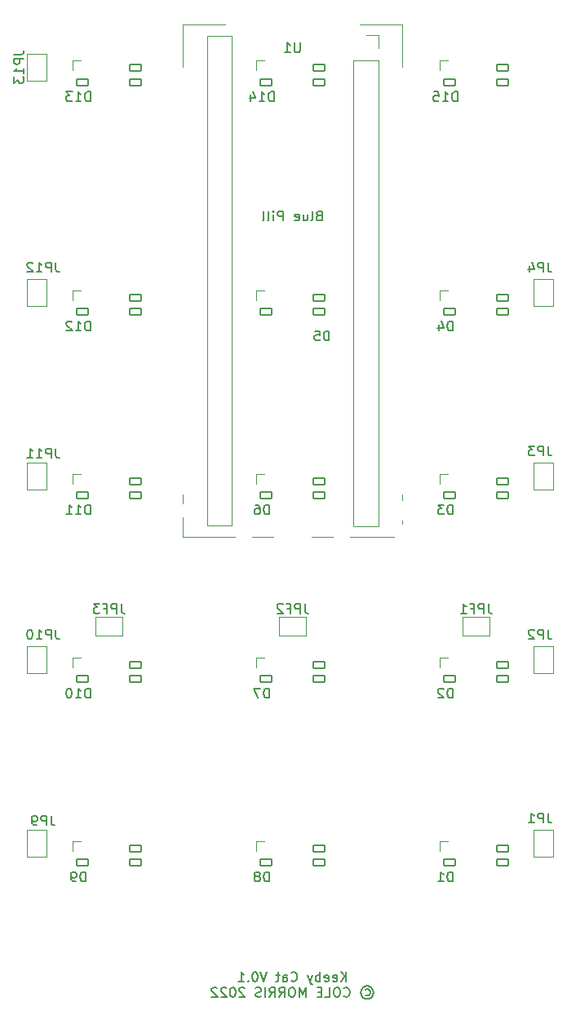
<source format=gbr>
%TF.GenerationSoftware,KiCad,Pcbnew,(6.0.2)*%
%TF.CreationDate,2022-02-17T20:40:29-08:00*%
%TF.ProjectId,keeb test board,6b656562-2074-4657-9374-20626f617264,rev?*%
%TF.SameCoordinates,Original*%
%TF.FileFunction,Legend,Bot*%
%TF.FilePolarity,Positive*%
%FSLAX46Y46*%
G04 Gerber Fmt 4.6, Leading zero omitted, Abs format (unit mm)*
G04 Created by KiCad (PCBNEW (6.0.2)) date 2022-02-17 20:40:29*
%MOMM*%
%LPD*%
G01*
G04 APERTURE LIST*
G04 Aperture macros list*
%AMRoundRect*
0 Rectangle with rounded corners*
0 $1 Rounding radius*
0 $2 $3 $4 $5 $6 $7 $8 $9 X,Y pos of 4 corners*
0 Add a 4 corners polygon primitive as box body*
4,1,4,$2,$3,$4,$5,$6,$7,$8,$9,$2,$3,0*
0 Add four circle primitives for the rounded corners*
1,1,$1+$1,$2,$3*
1,1,$1+$1,$4,$5*
1,1,$1+$1,$6,$7*
1,1,$1+$1,$8,$9*
0 Add four rect primitives between the rounded corners*
20,1,$1+$1,$2,$3,$4,$5,0*
20,1,$1+$1,$4,$5,$6,$7,0*
20,1,$1+$1,$6,$7,$8,$9,0*
20,1,$1+$1,$8,$9,$2,$3,0*%
%AMFreePoly0*
4,1,18,-0.410000,0.593000,-0.403758,0.624380,-0.385983,0.650983,-0.359380,0.668758,-0.328000,0.675000,0.000000,0.675000,0.410000,0.265000,0.410000,-0.593000,0.403758,-0.624380,0.385983,-0.650983,0.359380,-0.668758,0.328000,-0.675000,-0.328000,-0.675000,-0.359380,-0.668758,-0.385983,-0.650983,-0.403758,-0.624380,-0.410000,-0.593000,-0.410000,0.593000,-0.410000,0.593000,$1*%
%AMFreePoly1*
4,1,6,1.000000,0.000000,0.500000,-0.750000,-0.500000,-0.750000,-0.500000,0.750000,0.500000,0.750000,1.000000,0.000000,1.000000,0.000000,$1*%
%AMFreePoly2*
4,1,6,0.500000,-0.750000,-0.650000,-0.750000,-0.150000,0.000000,-0.650000,0.750000,0.500000,0.750000,0.500000,-0.750000,0.500000,-0.750000,$1*%
G04 Aperture macros list end*
%ADD10C,0.153000*%
%ADD11C,0.150000*%
%ADD12C,0.120000*%
%ADD13R,2.000000X2.000000*%
%ADD14C,2.000000*%
%ADD15RoundRect,0.082000X0.593000X-0.328000X0.593000X0.328000X-0.593000X0.328000X-0.593000X-0.328000X0*%
%ADD16FreePoly0,90.000000*%
%ADD17C,1.800000*%
%ADD18C,4.000000*%
%ADD19C,2.500000*%
%ADD20O,4.700000X2.200000*%
%ADD21C,3.200000*%
%ADD22O,1.400000X2.000000*%
%ADD23FreePoly1,270.000000*%
%ADD24FreePoly2,270.000000*%
%ADD25FreePoly1,90.000000*%
%ADD26FreePoly2,90.000000*%
%ADD27R,1.700000X1.700000*%
%ADD28C,1.700000*%
%ADD29FreePoly1,180.000000*%
%ADD30FreePoly2,180.000000*%
G04 APERTURE END LIST*
D10*
X94874285Y-76358571D02*
X94731428Y-76406190D01*
X94683809Y-76453809D01*
X94636190Y-76549047D01*
X94636190Y-76691904D01*
X94683809Y-76787142D01*
X94731428Y-76834761D01*
X94826666Y-76882380D01*
X95207619Y-76882380D01*
X95207619Y-75882380D01*
X94874285Y-75882380D01*
X94779047Y-75930000D01*
X94731428Y-75977619D01*
X94683809Y-76072857D01*
X94683809Y-76168095D01*
X94731428Y-76263333D01*
X94779047Y-76310952D01*
X94874285Y-76358571D01*
X95207619Y-76358571D01*
X94064761Y-76882380D02*
X94160000Y-76834761D01*
X94207619Y-76739523D01*
X94207619Y-75882380D01*
X93255238Y-76215714D02*
X93255238Y-76882380D01*
X93683809Y-76215714D02*
X93683809Y-76739523D01*
X93636190Y-76834761D01*
X93540952Y-76882380D01*
X93398095Y-76882380D01*
X93302857Y-76834761D01*
X93255238Y-76787142D01*
X92398095Y-76834761D02*
X92493333Y-76882380D01*
X92683809Y-76882380D01*
X92779047Y-76834761D01*
X92826666Y-76739523D01*
X92826666Y-76358571D01*
X92779047Y-76263333D01*
X92683809Y-76215714D01*
X92493333Y-76215714D01*
X92398095Y-76263333D01*
X92350476Y-76358571D01*
X92350476Y-76453809D01*
X92826666Y-76549047D01*
X91160000Y-76882380D02*
X91160000Y-75882380D01*
X90779047Y-75882380D01*
X90683809Y-75930000D01*
X90636190Y-75977619D01*
X90588571Y-76072857D01*
X90588571Y-76215714D01*
X90636190Y-76310952D01*
X90683809Y-76358571D01*
X90779047Y-76406190D01*
X91160000Y-76406190D01*
X90160000Y-76882380D02*
X90160000Y-76215714D01*
X90160000Y-75882380D02*
X90207619Y-75930000D01*
X90160000Y-75977619D01*
X90112380Y-75930000D01*
X90160000Y-75882380D01*
X90160000Y-75977619D01*
X89540952Y-76882380D02*
X89636190Y-76834761D01*
X89683809Y-76739523D01*
X89683809Y-75882380D01*
X89017142Y-76882380D02*
X89112380Y-76834761D01*
X89160000Y-76739523D01*
X89160000Y-75882380D01*
D11*
X97731428Y-155833380D02*
X97731428Y-154833380D01*
X97160000Y-155833380D02*
X97588571Y-155261952D01*
X97160000Y-154833380D02*
X97731428Y-155404809D01*
X96350476Y-155785761D02*
X96445714Y-155833380D01*
X96636190Y-155833380D01*
X96731428Y-155785761D01*
X96779047Y-155690523D01*
X96779047Y-155309571D01*
X96731428Y-155214333D01*
X96636190Y-155166714D01*
X96445714Y-155166714D01*
X96350476Y-155214333D01*
X96302857Y-155309571D01*
X96302857Y-155404809D01*
X96779047Y-155500047D01*
X95493333Y-155785761D02*
X95588571Y-155833380D01*
X95779047Y-155833380D01*
X95874285Y-155785761D01*
X95921904Y-155690523D01*
X95921904Y-155309571D01*
X95874285Y-155214333D01*
X95779047Y-155166714D01*
X95588571Y-155166714D01*
X95493333Y-155214333D01*
X95445714Y-155309571D01*
X95445714Y-155404809D01*
X95921904Y-155500047D01*
X95017142Y-155833380D02*
X95017142Y-154833380D01*
X95017142Y-155214333D02*
X94921904Y-155166714D01*
X94731428Y-155166714D01*
X94636190Y-155214333D01*
X94588571Y-155261952D01*
X94540952Y-155357190D01*
X94540952Y-155642904D01*
X94588571Y-155738142D01*
X94636190Y-155785761D01*
X94731428Y-155833380D01*
X94921904Y-155833380D01*
X95017142Y-155785761D01*
X94207619Y-155166714D02*
X93969523Y-155833380D01*
X93731428Y-155166714D02*
X93969523Y-155833380D01*
X94064761Y-156071476D01*
X94112380Y-156119095D01*
X94207619Y-156166714D01*
X92017142Y-155738142D02*
X92064761Y-155785761D01*
X92207619Y-155833380D01*
X92302857Y-155833380D01*
X92445714Y-155785761D01*
X92540952Y-155690523D01*
X92588571Y-155595285D01*
X92636190Y-155404809D01*
X92636190Y-155261952D01*
X92588571Y-155071476D01*
X92540952Y-154976238D01*
X92445714Y-154881000D01*
X92302857Y-154833380D01*
X92207619Y-154833380D01*
X92064761Y-154881000D01*
X92017142Y-154928619D01*
X91160000Y-155833380D02*
X91160000Y-155309571D01*
X91207619Y-155214333D01*
X91302857Y-155166714D01*
X91493333Y-155166714D01*
X91588571Y-155214333D01*
X91160000Y-155785761D02*
X91255238Y-155833380D01*
X91493333Y-155833380D01*
X91588571Y-155785761D01*
X91636190Y-155690523D01*
X91636190Y-155595285D01*
X91588571Y-155500047D01*
X91493333Y-155452428D01*
X91255238Y-155452428D01*
X91160000Y-155404809D01*
X90826666Y-155166714D02*
X90445714Y-155166714D01*
X90683809Y-154833380D02*
X90683809Y-155690523D01*
X90636190Y-155785761D01*
X90540952Y-155833380D01*
X90445714Y-155833380D01*
X89493333Y-154833380D02*
X89160000Y-155833380D01*
X88826666Y-154833380D01*
X88302857Y-154833380D02*
X88207619Y-154833380D01*
X88112380Y-154881000D01*
X88064761Y-154928619D01*
X88017142Y-155023857D01*
X87969523Y-155214333D01*
X87969523Y-155452428D01*
X88017142Y-155642904D01*
X88064761Y-155738142D01*
X88112380Y-155785761D01*
X88207619Y-155833380D01*
X88302857Y-155833380D01*
X88398095Y-155785761D01*
X88445714Y-155738142D01*
X88493333Y-155642904D01*
X88540952Y-155452428D01*
X88540952Y-155214333D01*
X88493333Y-155023857D01*
X88445714Y-154928619D01*
X88398095Y-154881000D01*
X88302857Y-154833380D01*
X87540952Y-155738142D02*
X87493333Y-155785761D01*
X87540952Y-155833380D01*
X87588571Y-155785761D01*
X87540952Y-155738142D01*
X87540952Y-155833380D01*
X86540952Y-155833380D02*
X87112380Y-155833380D01*
X86826666Y-155833380D02*
X86826666Y-154833380D01*
X86921904Y-154976238D01*
X87017142Y-155071476D01*
X87112380Y-155119095D01*
X99707619Y-156681476D02*
X99802857Y-156633857D01*
X99993333Y-156633857D01*
X100088571Y-156681476D01*
X100183809Y-156776714D01*
X100231428Y-156871952D01*
X100231428Y-157062428D01*
X100183809Y-157157666D01*
X100088571Y-157252904D01*
X99993333Y-157300523D01*
X99802857Y-157300523D01*
X99707619Y-157252904D01*
X99898095Y-156300523D02*
X100136190Y-156348142D01*
X100374285Y-156491000D01*
X100517142Y-156729095D01*
X100564761Y-156967190D01*
X100517142Y-157205285D01*
X100374285Y-157443380D01*
X100136190Y-157586238D01*
X99898095Y-157633857D01*
X99660000Y-157586238D01*
X99421904Y-157443380D01*
X99279047Y-157205285D01*
X99231428Y-156967190D01*
X99279047Y-156729095D01*
X99421904Y-156491000D01*
X99660000Y-156348142D01*
X99898095Y-156300523D01*
X97469523Y-157348142D02*
X97517142Y-157395761D01*
X97660000Y-157443380D01*
X97755238Y-157443380D01*
X97898095Y-157395761D01*
X97993333Y-157300523D01*
X98040952Y-157205285D01*
X98088571Y-157014809D01*
X98088571Y-156871952D01*
X98040952Y-156681476D01*
X97993333Y-156586238D01*
X97898095Y-156491000D01*
X97755238Y-156443380D01*
X97660000Y-156443380D01*
X97517142Y-156491000D01*
X97469523Y-156538619D01*
X96850476Y-156443380D02*
X96660000Y-156443380D01*
X96564761Y-156491000D01*
X96469523Y-156586238D01*
X96421904Y-156776714D01*
X96421904Y-157110047D01*
X96469523Y-157300523D01*
X96564761Y-157395761D01*
X96660000Y-157443380D01*
X96850476Y-157443380D01*
X96945714Y-157395761D01*
X97040952Y-157300523D01*
X97088571Y-157110047D01*
X97088571Y-156776714D01*
X97040952Y-156586238D01*
X96945714Y-156491000D01*
X96850476Y-156443380D01*
X95517142Y-157443380D02*
X95993333Y-157443380D01*
X95993333Y-156443380D01*
X95183809Y-156919571D02*
X94850476Y-156919571D01*
X94707619Y-157443380D02*
X95183809Y-157443380D01*
X95183809Y-156443380D01*
X94707619Y-156443380D01*
X93517142Y-157443380D02*
X93517142Y-156443380D01*
X93183809Y-157157666D01*
X92850476Y-156443380D01*
X92850476Y-157443380D01*
X92183809Y-156443380D02*
X91993333Y-156443380D01*
X91898095Y-156491000D01*
X91802857Y-156586238D01*
X91755238Y-156776714D01*
X91755238Y-157110047D01*
X91802857Y-157300523D01*
X91898095Y-157395761D01*
X91993333Y-157443380D01*
X92183809Y-157443380D01*
X92279047Y-157395761D01*
X92374285Y-157300523D01*
X92421904Y-157110047D01*
X92421904Y-156776714D01*
X92374285Y-156586238D01*
X92279047Y-156491000D01*
X92183809Y-156443380D01*
X90755238Y-157443380D02*
X91088571Y-156967190D01*
X91326666Y-157443380D02*
X91326666Y-156443380D01*
X90945714Y-156443380D01*
X90850476Y-156491000D01*
X90802857Y-156538619D01*
X90755238Y-156633857D01*
X90755238Y-156776714D01*
X90802857Y-156871952D01*
X90850476Y-156919571D01*
X90945714Y-156967190D01*
X91326666Y-156967190D01*
X89755238Y-157443380D02*
X90088571Y-156967190D01*
X90326666Y-157443380D02*
X90326666Y-156443380D01*
X89945714Y-156443380D01*
X89850476Y-156491000D01*
X89802857Y-156538619D01*
X89755238Y-156633857D01*
X89755238Y-156776714D01*
X89802857Y-156871952D01*
X89850476Y-156919571D01*
X89945714Y-156967190D01*
X90326666Y-156967190D01*
X89326666Y-157443380D02*
X89326666Y-156443380D01*
X88898095Y-157395761D02*
X88755238Y-157443380D01*
X88517142Y-157443380D01*
X88421904Y-157395761D01*
X88374285Y-157348142D01*
X88326666Y-157252904D01*
X88326666Y-157157666D01*
X88374285Y-157062428D01*
X88421904Y-157014809D01*
X88517142Y-156967190D01*
X88707619Y-156919571D01*
X88802857Y-156871952D01*
X88850476Y-156824333D01*
X88898095Y-156729095D01*
X88898095Y-156633857D01*
X88850476Y-156538619D01*
X88802857Y-156491000D01*
X88707619Y-156443380D01*
X88469523Y-156443380D01*
X88326666Y-156491000D01*
X87183809Y-156538619D02*
X87136190Y-156491000D01*
X87040952Y-156443380D01*
X86802857Y-156443380D01*
X86707619Y-156491000D01*
X86660000Y-156538619D01*
X86612380Y-156633857D01*
X86612380Y-156729095D01*
X86660000Y-156871952D01*
X87231428Y-157443380D01*
X86612380Y-157443380D01*
X85993333Y-156443380D02*
X85898095Y-156443380D01*
X85802857Y-156491000D01*
X85755238Y-156538619D01*
X85707619Y-156633857D01*
X85660000Y-156824333D01*
X85660000Y-157062428D01*
X85707619Y-157252904D01*
X85755238Y-157348142D01*
X85802857Y-157395761D01*
X85898095Y-157443380D01*
X85993333Y-157443380D01*
X86088571Y-157395761D01*
X86136190Y-157348142D01*
X86183809Y-157252904D01*
X86231428Y-157062428D01*
X86231428Y-156824333D01*
X86183809Y-156633857D01*
X86136190Y-156538619D01*
X86088571Y-156491000D01*
X85993333Y-156443380D01*
X85279047Y-156538619D02*
X85231428Y-156491000D01*
X85136190Y-156443380D01*
X84898095Y-156443380D01*
X84802857Y-156491000D01*
X84755238Y-156538619D01*
X84707619Y-156633857D01*
X84707619Y-156729095D01*
X84755238Y-156871952D01*
X85326666Y-157443380D01*
X84707619Y-157443380D01*
X84326666Y-156538619D02*
X84279047Y-156491000D01*
X84183809Y-156443380D01*
X83945714Y-156443380D01*
X83850476Y-156491000D01*
X83802857Y-156538619D01*
X83755238Y-156633857D01*
X83755238Y-156729095D01*
X83802857Y-156871952D01*
X84374285Y-157443380D01*
X83755238Y-157443380D01*
%TO.C,D11*%
X71149285Y-107362380D02*
X71149285Y-106362380D01*
X70911190Y-106362380D01*
X70768333Y-106410000D01*
X70673095Y-106505238D01*
X70625476Y-106600476D01*
X70577857Y-106790952D01*
X70577857Y-106933809D01*
X70625476Y-107124285D01*
X70673095Y-107219523D01*
X70768333Y-107314761D01*
X70911190Y-107362380D01*
X71149285Y-107362380D01*
X69625476Y-107362380D02*
X70196904Y-107362380D01*
X69911190Y-107362380D02*
X69911190Y-106362380D01*
X70006428Y-106505238D01*
X70101666Y-106600476D01*
X70196904Y-106648095D01*
X68673095Y-107362380D02*
X69244523Y-107362380D01*
X68958809Y-107362380D02*
X68958809Y-106362380D01*
X69054047Y-106505238D01*
X69149285Y-106600476D01*
X69244523Y-106648095D01*
%TO.C,D15*%
X109249285Y-64499880D02*
X109249285Y-63499880D01*
X109011190Y-63499880D01*
X108868333Y-63547500D01*
X108773095Y-63642738D01*
X108725476Y-63737976D01*
X108677857Y-63928452D01*
X108677857Y-64071309D01*
X108725476Y-64261785D01*
X108773095Y-64357023D01*
X108868333Y-64452261D01*
X109011190Y-64499880D01*
X109249285Y-64499880D01*
X107725476Y-64499880D02*
X108296904Y-64499880D01*
X108011190Y-64499880D02*
X108011190Y-63499880D01*
X108106428Y-63642738D01*
X108201666Y-63737976D01*
X108296904Y-63785595D01*
X106820714Y-63499880D02*
X107296904Y-63499880D01*
X107344523Y-63976071D01*
X107296904Y-63928452D01*
X107201666Y-63880833D01*
X106963571Y-63880833D01*
X106868333Y-63928452D01*
X106820714Y-63976071D01*
X106773095Y-64071309D01*
X106773095Y-64309404D01*
X106820714Y-64404642D01*
X106868333Y-64452261D01*
X106963571Y-64499880D01*
X107201666Y-64499880D01*
X107296904Y-64452261D01*
X107344523Y-64404642D01*
%TO.C,D3*%
X108773095Y-107362380D02*
X108773095Y-106362380D01*
X108535000Y-106362380D01*
X108392142Y-106410000D01*
X108296904Y-106505238D01*
X108249285Y-106600476D01*
X108201666Y-106790952D01*
X108201666Y-106933809D01*
X108249285Y-107124285D01*
X108296904Y-107219523D01*
X108392142Y-107314761D01*
X108535000Y-107362380D01*
X108773095Y-107362380D01*
X107868333Y-106362380D02*
X107249285Y-106362380D01*
X107582619Y-106743333D01*
X107439761Y-106743333D01*
X107344523Y-106790952D01*
X107296904Y-106838571D01*
X107249285Y-106933809D01*
X107249285Y-107171904D01*
X107296904Y-107267142D01*
X107344523Y-107314761D01*
X107439761Y-107362380D01*
X107725476Y-107362380D01*
X107820714Y-107314761D01*
X107868333Y-107267142D01*
%TO.C,D7*%
X89723095Y-126412380D02*
X89723095Y-125412380D01*
X89485000Y-125412380D01*
X89342142Y-125460000D01*
X89246904Y-125555238D01*
X89199285Y-125650476D01*
X89151666Y-125840952D01*
X89151666Y-125983809D01*
X89199285Y-126174285D01*
X89246904Y-126269523D01*
X89342142Y-126364761D01*
X89485000Y-126412380D01*
X89723095Y-126412380D01*
X88818333Y-125412380D02*
X88151666Y-125412380D01*
X88580238Y-126412380D01*
%TO.C,D14*%
X90199285Y-64499880D02*
X90199285Y-63499880D01*
X89961190Y-63499880D01*
X89818333Y-63547500D01*
X89723095Y-63642738D01*
X89675476Y-63737976D01*
X89627857Y-63928452D01*
X89627857Y-64071309D01*
X89675476Y-64261785D01*
X89723095Y-64357023D01*
X89818333Y-64452261D01*
X89961190Y-64499880D01*
X90199285Y-64499880D01*
X88675476Y-64499880D02*
X89246904Y-64499880D01*
X88961190Y-64499880D02*
X88961190Y-63499880D01*
X89056428Y-63642738D01*
X89151666Y-63737976D01*
X89246904Y-63785595D01*
X87818333Y-63833214D02*
X87818333Y-64499880D01*
X88056428Y-63452261D02*
X88294523Y-64166547D01*
X87675476Y-64166547D01*
%TO.C,D2*%
X108773095Y-126412380D02*
X108773095Y-125412380D01*
X108535000Y-125412380D01*
X108392142Y-125460000D01*
X108296904Y-125555238D01*
X108249285Y-125650476D01*
X108201666Y-125840952D01*
X108201666Y-125983809D01*
X108249285Y-126174285D01*
X108296904Y-126269523D01*
X108392142Y-126364761D01*
X108535000Y-126412380D01*
X108773095Y-126412380D01*
X107820714Y-125507619D02*
X107773095Y-125460000D01*
X107677857Y-125412380D01*
X107439761Y-125412380D01*
X107344523Y-125460000D01*
X107296904Y-125507619D01*
X107249285Y-125602857D01*
X107249285Y-125698095D01*
X107296904Y-125840952D01*
X107868333Y-126412380D01*
X107249285Y-126412380D01*
%TO.C,D6*%
X89723095Y-107362380D02*
X89723095Y-106362380D01*
X89485000Y-106362380D01*
X89342142Y-106410000D01*
X89246904Y-106505238D01*
X89199285Y-106600476D01*
X89151666Y-106790952D01*
X89151666Y-106933809D01*
X89199285Y-107124285D01*
X89246904Y-107219523D01*
X89342142Y-107314761D01*
X89485000Y-107362380D01*
X89723095Y-107362380D01*
X88294523Y-106362380D02*
X88485000Y-106362380D01*
X88580238Y-106410000D01*
X88627857Y-106457619D01*
X88723095Y-106600476D01*
X88770714Y-106790952D01*
X88770714Y-107171904D01*
X88723095Y-107267142D01*
X88675476Y-107314761D01*
X88580238Y-107362380D01*
X88389761Y-107362380D01*
X88294523Y-107314761D01*
X88246904Y-107267142D01*
X88199285Y-107171904D01*
X88199285Y-106933809D01*
X88246904Y-106838571D01*
X88294523Y-106790952D01*
X88389761Y-106743333D01*
X88580238Y-106743333D01*
X88675476Y-106790952D01*
X88723095Y-106838571D01*
X88770714Y-106933809D01*
%TO.C,D8*%
X89723095Y-145462380D02*
X89723095Y-144462380D01*
X89485000Y-144462380D01*
X89342142Y-144510000D01*
X89246904Y-144605238D01*
X89199285Y-144700476D01*
X89151666Y-144890952D01*
X89151666Y-145033809D01*
X89199285Y-145224285D01*
X89246904Y-145319523D01*
X89342142Y-145414761D01*
X89485000Y-145462380D01*
X89723095Y-145462380D01*
X88580238Y-144890952D02*
X88675476Y-144843333D01*
X88723095Y-144795714D01*
X88770714Y-144700476D01*
X88770714Y-144652857D01*
X88723095Y-144557619D01*
X88675476Y-144510000D01*
X88580238Y-144462380D01*
X88389761Y-144462380D01*
X88294523Y-144510000D01*
X88246904Y-144557619D01*
X88199285Y-144652857D01*
X88199285Y-144700476D01*
X88246904Y-144795714D01*
X88294523Y-144843333D01*
X88389761Y-144890952D01*
X88580238Y-144890952D01*
X88675476Y-144938571D01*
X88723095Y-144986190D01*
X88770714Y-145081428D01*
X88770714Y-145271904D01*
X88723095Y-145367142D01*
X88675476Y-145414761D01*
X88580238Y-145462380D01*
X88389761Y-145462380D01*
X88294523Y-145414761D01*
X88246904Y-145367142D01*
X88199285Y-145271904D01*
X88199285Y-145081428D01*
X88246904Y-144986190D01*
X88294523Y-144938571D01*
X88389761Y-144890952D01*
%TO.C,D13*%
X71149285Y-64499880D02*
X71149285Y-63499880D01*
X70911190Y-63499880D01*
X70768333Y-63547500D01*
X70673095Y-63642738D01*
X70625476Y-63737976D01*
X70577857Y-63928452D01*
X70577857Y-64071309D01*
X70625476Y-64261785D01*
X70673095Y-64357023D01*
X70768333Y-64452261D01*
X70911190Y-64499880D01*
X71149285Y-64499880D01*
X69625476Y-64499880D02*
X70196904Y-64499880D01*
X69911190Y-64499880D02*
X69911190Y-63499880D01*
X70006428Y-63642738D01*
X70101666Y-63737976D01*
X70196904Y-63785595D01*
X69292142Y-63499880D02*
X68673095Y-63499880D01*
X69006428Y-63880833D01*
X68863571Y-63880833D01*
X68768333Y-63928452D01*
X68720714Y-63976071D01*
X68673095Y-64071309D01*
X68673095Y-64309404D01*
X68720714Y-64404642D01*
X68768333Y-64452261D01*
X68863571Y-64499880D01*
X69149285Y-64499880D01*
X69244523Y-64452261D01*
X69292142Y-64404642D01*
%TO.C,D1*%
X108773095Y-145462380D02*
X108773095Y-144462380D01*
X108535000Y-144462380D01*
X108392142Y-144510000D01*
X108296904Y-144605238D01*
X108249285Y-144700476D01*
X108201666Y-144890952D01*
X108201666Y-145033809D01*
X108249285Y-145224285D01*
X108296904Y-145319523D01*
X108392142Y-145414761D01*
X108535000Y-145462380D01*
X108773095Y-145462380D01*
X107249285Y-145462380D02*
X107820714Y-145462380D01*
X107535000Y-145462380D02*
X107535000Y-144462380D01*
X107630238Y-144605238D01*
X107725476Y-144700476D01*
X107820714Y-144748095D01*
%TO.C,D12*%
X71149285Y-88312380D02*
X71149285Y-87312380D01*
X70911190Y-87312380D01*
X70768333Y-87360000D01*
X70673095Y-87455238D01*
X70625476Y-87550476D01*
X70577857Y-87740952D01*
X70577857Y-87883809D01*
X70625476Y-88074285D01*
X70673095Y-88169523D01*
X70768333Y-88264761D01*
X70911190Y-88312380D01*
X71149285Y-88312380D01*
X69625476Y-88312380D02*
X70196904Y-88312380D01*
X69911190Y-88312380D02*
X69911190Y-87312380D01*
X70006428Y-87455238D01*
X70101666Y-87550476D01*
X70196904Y-87598095D01*
X69244523Y-87407619D02*
X69196904Y-87360000D01*
X69101666Y-87312380D01*
X68863571Y-87312380D01*
X68768333Y-87360000D01*
X68720714Y-87407619D01*
X68673095Y-87502857D01*
X68673095Y-87598095D01*
X68720714Y-87740952D01*
X69292142Y-88312380D01*
X68673095Y-88312380D01*
%TO.C,D9*%
X70673095Y-145462380D02*
X70673095Y-144462380D01*
X70435000Y-144462380D01*
X70292142Y-144510000D01*
X70196904Y-144605238D01*
X70149285Y-144700476D01*
X70101666Y-144890952D01*
X70101666Y-145033809D01*
X70149285Y-145224285D01*
X70196904Y-145319523D01*
X70292142Y-145414761D01*
X70435000Y-145462380D01*
X70673095Y-145462380D01*
X69625476Y-145462380D02*
X69435000Y-145462380D01*
X69339761Y-145414761D01*
X69292142Y-145367142D01*
X69196904Y-145224285D01*
X69149285Y-145033809D01*
X69149285Y-144652857D01*
X69196904Y-144557619D01*
X69244523Y-144510000D01*
X69339761Y-144462380D01*
X69530238Y-144462380D01*
X69625476Y-144510000D01*
X69673095Y-144557619D01*
X69720714Y-144652857D01*
X69720714Y-144890952D01*
X69673095Y-144986190D01*
X69625476Y-145033809D01*
X69530238Y-145081428D01*
X69339761Y-145081428D01*
X69244523Y-145033809D01*
X69196904Y-144986190D01*
X69149285Y-144890952D01*
%TO.C,D10*%
X71149285Y-126412380D02*
X71149285Y-125412380D01*
X70911190Y-125412380D01*
X70768333Y-125460000D01*
X70673095Y-125555238D01*
X70625476Y-125650476D01*
X70577857Y-125840952D01*
X70577857Y-125983809D01*
X70625476Y-126174285D01*
X70673095Y-126269523D01*
X70768333Y-126364761D01*
X70911190Y-126412380D01*
X71149285Y-126412380D01*
X69625476Y-126412380D02*
X70196904Y-126412380D01*
X69911190Y-126412380D02*
X69911190Y-125412380D01*
X70006428Y-125555238D01*
X70101666Y-125650476D01*
X70196904Y-125698095D01*
X69006428Y-125412380D02*
X68911190Y-125412380D01*
X68815952Y-125460000D01*
X68768333Y-125507619D01*
X68720714Y-125602857D01*
X68673095Y-125793333D01*
X68673095Y-126031428D01*
X68720714Y-126221904D01*
X68768333Y-126317142D01*
X68815952Y-126364761D01*
X68911190Y-126412380D01*
X69006428Y-126412380D01*
X69101666Y-126364761D01*
X69149285Y-126317142D01*
X69196904Y-126221904D01*
X69244523Y-126031428D01*
X69244523Y-125793333D01*
X69196904Y-125602857D01*
X69149285Y-125507619D01*
X69101666Y-125460000D01*
X69006428Y-125412380D01*
%TO.C,D4*%
X108773095Y-88312380D02*
X108773095Y-87312380D01*
X108535000Y-87312380D01*
X108392142Y-87360000D01*
X108296904Y-87455238D01*
X108249285Y-87550476D01*
X108201666Y-87740952D01*
X108201666Y-87883809D01*
X108249285Y-88074285D01*
X108296904Y-88169523D01*
X108392142Y-88264761D01*
X108535000Y-88312380D01*
X108773095Y-88312380D01*
X107344523Y-87645714D02*
X107344523Y-88312380D01*
X107582619Y-87264761D02*
X107820714Y-87979047D01*
X107201666Y-87979047D01*
%TO.C,D5*%
X95946095Y-89328380D02*
X95946095Y-88328380D01*
X95708000Y-88328380D01*
X95565142Y-88376000D01*
X95469904Y-88471238D01*
X95422285Y-88566476D01*
X95374666Y-88756952D01*
X95374666Y-88899809D01*
X95422285Y-89090285D01*
X95469904Y-89185523D01*
X95565142Y-89280761D01*
X95708000Y-89328380D01*
X95946095Y-89328380D01*
X94469904Y-88328380D02*
X94946095Y-88328380D01*
X94993714Y-88804571D01*
X94946095Y-88756952D01*
X94850857Y-88709333D01*
X94612761Y-88709333D01*
X94517523Y-88756952D01*
X94469904Y-88804571D01*
X94422285Y-88899809D01*
X94422285Y-89137904D01*
X94469904Y-89233142D01*
X94517523Y-89280761D01*
X94612761Y-89328380D01*
X94850857Y-89328380D01*
X94946095Y-89280761D01*
X94993714Y-89233142D01*
%TO.C,JP12*%
X67561523Y-81216380D02*
X67561523Y-81930666D01*
X67609142Y-82073523D01*
X67704380Y-82168761D01*
X67847238Y-82216380D01*
X67942476Y-82216380D01*
X67085333Y-82216380D02*
X67085333Y-81216380D01*
X66704380Y-81216380D01*
X66609142Y-81264000D01*
X66561523Y-81311619D01*
X66513904Y-81406857D01*
X66513904Y-81549714D01*
X66561523Y-81644952D01*
X66609142Y-81692571D01*
X66704380Y-81740190D01*
X67085333Y-81740190D01*
X65561523Y-82216380D02*
X66132952Y-82216380D01*
X65847238Y-82216380D02*
X65847238Y-81216380D01*
X65942476Y-81359238D01*
X66037714Y-81454476D01*
X66132952Y-81502095D01*
X65180571Y-81311619D02*
X65132952Y-81264000D01*
X65037714Y-81216380D01*
X64799619Y-81216380D01*
X64704380Y-81264000D01*
X64656761Y-81311619D01*
X64609142Y-81406857D01*
X64609142Y-81502095D01*
X64656761Y-81644952D01*
X65228190Y-82216380D01*
X64609142Y-82216380D01*
%TO.C,JP4*%
X118647333Y-81216380D02*
X118647333Y-81930666D01*
X118694952Y-82073523D01*
X118790190Y-82168761D01*
X118933047Y-82216380D01*
X119028285Y-82216380D01*
X118171142Y-82216380D02*
X118171142Y-81216380D01*
X117790190Y-81216380D01*
X117694952Y-81264000D01*
X117647333Y-81311619D01*
X117599714Y-81406857D01*
X117599714Y-81549714D01*
X117647333Y-81644952D01*
X117694952Y-81692571D01*
X117790190Y-81740190D01*
X118171142Y-81740190D01*
X116742571Y-81549714D02*
X116742571Y-82216380D01*
X116980666Y-81168761D02*
X117218761Y-81883047D01*
X116599714Y-81883047D01*
%TO.C,U1*%
X92921904Y-58419880D02*
X92921904Y-59229404D01*
X92874285Y-59324642D01*
X92826666Y-59372261D01*
X92731428Y-59419880D01*
X92540952Y-59419880D01*
X92445714Y-59372261D01*
X92398095Y-59324642D01*
X92350476Y-59229404D01*
X92350476Y-58419880D01*
X91350476Y-59419880D02*
X91921904Y-59419880D01*
X91636190Y-59419880D02*
X91636190Y-58419880D01*
X91731428Y-58562738D01*
X91826666Y-58657976D01*
X91921904Y-58705595D01*
%TO.C,JPF3*%
X74371904Y-116627380D02*
X74371904Y-117341666D01*
X74419523Y-117484523D01*
X74514761Y-117579761D01*
X74657619Y-117627380D01*
X74752857Y-117627380D01*
X73895714Y-117627380D02*
X73895714Y-116627380D01*
X73514761Y-116627380D01*
X73419523Y-116675000D01*
X73371904Y-116722619D01*
X73324285Y-116817857D01*
X73324285Y-116960714D01*
X73371904Y-117055952D01*
X73419523Y-117103571D01*
X73514761Y-117151190D01*
X73895714Y-117151190D01*
X72562380Y-117103571D02*
X72895714Y-117103571D01*
X72895714Y-117627380D02*
X72895714Y-116627380D01*
X72419523Y-116627380D01*
X72133809Y-116627380D02*
X71514761Y-116627380D01*
X71848095Y-117008333D01*
X71705238Y-117008333D01*
X71610000Y-117055952D01*
X71562380Y-117103571D01*
X71514761Y-117198809D01*
X71514761Y-117436904D01*
X71562380Y-117532142D01*
X71610000Y-117579761D01*
X71705238Y-117627380D01*
X71990952Y-117627380D01*
X72086190Y-117579761D01*
X72133809Y-117532142D01*
%TO.C,JP1*%
X118647333Y-138366380D02*
X118647333Y-139080666D01*
X118694952Y-139223523D01*
X118790190Y-139318761D01*
X118933047Y-139366380D01*
X119028285Y-139366380D01*
X118171142Y-139366380D02*
X118171142Y-138366380D01*
X117790190Y-138366380D01*
X117694952Y-138414000D01*
X117647333Y-138461619D01*
X117599714Y-138556857D01*
X117599714Y-138699714D01*
X117647333Y-138794952D01*
X117694952Y-138842571D01*
X117790190Y-138890190D01*
X118171142Y-138890190D01*
X116647333Y-139366380D02*
X117218761Y-139366380D01*
X116933047Y-139366380D02*
X116933047Y-138366380D01*
X117028285Y-138509238D01*
X117123523Y-138604476D01*
X117218761Y-138652095D01*
%TO.C,JP2*%
X118647333Y-119316380D02*
X118647333Y-120030666D01*
X118694952Y-120173523D01*
X118790190Y-120268761D01*
X118933047Y-120316380D01*
X119028285Y-120316380D01*
X118171142Y-120316380D02*
X118171142Y-119316380D01*
X117790190Y-119316380D01*
X117694952Y-119364000D01*
X117647333Y-119411619D01*
X117599714Y-119506857D01*
X117599714Y-119649714D01*
X117647333Y-119744952D01*
X117694952Y-119792571D01*
X117790190Y-119840190D01*
X118171142Y-119840190D01*
X117218761Y-119411619D02*
X117171142Y-119364000D01*
X117075904Y-119316380D01*
X116837809Y-119316380D01*
X116742571Y-119364000D01*
X116694952Y-119411619D01*
X116647333Y-119506857D01*
X116647333Y-119602095D01*
X116694952Y-119744952D01*
X117266380Y-120316380D01*
X116647333Y-120316380D01*
%TO.C,JP10*%
X67561523Y-119316380D02*
X67561523Y-120030666D01*
X67609142Y-120173523D01*
X67704380Y-120268761D01*
X67847238Y-120316380D01*
X67942476Y-120316380D01*
X67085333Y-120316380D02*
X67085333Y-119316380D01*
X66704380Y-119316380D01*
X66609142Y-119364000D01*
X66561523Y-119411619D01*
X66513904Y-119506857D01*
X66513904Y-119649714D01*
X66561523Y-119744952D01*
X66609142Y-119792571D01*
X66704380Y-119840190D01*
X67085333Y-119840190D01*
X65561523Y-120316380D02*
X66132952Y-120316380D01*
X65847238Y-120316380D02*
X65847238Y-119316380D01*
X65942476Y-119459238D01*
X66037714Y-119554476D01*
X66132952Y-119602095D01*
X64942476Y-119316380D02*
X64847238Y-119316380D01*
X64752000Y-119364000D01*
X64704380Y-119411619D01*
X64656761Y-119506857D01*
X64609142Y-119697333D01*
X64609142Y-119935428D01*
X64656761Y-120125904D01*
X64704380Y-120221142D01*
X64752000Y-120268761D01*
X64847238Y-120316380D01*
X64942476Y-120316380D01*
X65037714Y-120268761D01*
X65085333Y-120221142D01*
X65132952Y-120125904D01*
X65180571Y-119935428D01*
X65180571Y-119697333D01*
X65132952Y-119506857D01*
X65085333Y-119411619D01*
X65037714Y-119364000D01*
X64942476Y-119316380D01*
%TO.C,JP13*%
X63269380Y-59626476D02*
X63983666Y-59626476D01*
X64126523Y-59578857D01*
X64221761Y-59483619D01*
X64269380Y-59340761D01*
X64269380Y-59245523D01*
X64269380Y-60102666D02*
X63269380Y-60102666D01*
X63269380Y-60483619D01*
X63317000Y-60578857D01*
X63364619Y-60626476D01*
X63459857Y-60674095D01*
X63602714Y-60674095D01*
X63697952Y-60626476D01*
X63745571Y-60578857D01*
X63793190Y-60483619D01*
X63793190Y-60102666D01*
X64269380Y-61626476D02*
X64269380Y-61055047D01*
X64269380Y-61340761D02*
X63269380Y-61340761D01*
X63412238Y-61245523D01*
X63507476Y-61150285D01*
X63555095Y-61055047D01*
X63269380Y-61959809D02*
X63269380Y-62578857D01*
X63650333Y-62245523D01*
X63650333Y-62388380D01*
X63697952Y-62483619D01*
X63745571Y-62531238D01*
X63840809Y-62578857D01*
X64078904Y-62578857D01*
X64174142Y-62531238D01*
X64221761Y-62483619D01*
X64269380Y-62388380D01*
X64269380Y-62102666D01*
X64221761Y-62007428D01*
X64174142Y-61959809D01*
%TO.C,JPF1*%
X112471904Y-116627380D02*
X112471904Y-117341666D01*
X112519523Y-117484523D01*
X112614761Y-117579761D01*
X112757619Y-117627380D01*
X112852857Y-117627380D01*
X111995714Y-117627380D02*
X111995714Y-116627380D01*
X111614761Y-116627380D01*
X111519523Y-116675000D01*
X111471904Y-116722619D01*
X111424285Y-116817857D01*
X111424285Y-116960714D01*
X111471904Y-117055952D01*
X111519523Y-117103571D01*
X111614761Y-117151190D01*
X111995714Y-117151190D01*
X110662380Y-117103571D02*
X110995714Y-117103571D01*
X110995714Y-117627380D02*
X110995714Y-116627380D01*
X110519523Y-116627380D01*
X109614761Y-117627380D02*
X110186190Y-117627380D01*
X109900476Y-117627380D02*
X109900476Y-116627380D01*
X109995714Y-116770238D01*
X110090952Y-116865476D01*
X110186190Y-116913095D01*
%TO.C,JP11*%
X67561523Y-100520380D02*
X67561523Y-101234666D01*
X67609142Y-101377523D01*
X67704380Y-101472761D01*
X67847238Y-101520380D01*
X67942476Y-101520380D01*
X67085333Y-101520380D02*
X67085333Y-100520380D01*
X66704380Y-100520380D01*
X66609142Y-100568000D01*
X66561523Y-100615619D01*
X66513904Y-100710857D01*
X66513904Y-100853714D01*
X66561523Y-100948952D01*
X66609142Y-100996571D01*
X66704380Y-101044190D01*
X67085333Y-101044190D01*
X65561523Y-101520380D02*
X66132952Y-101520380D01*
X65847238Y-101520380D02*
X65847238Y-100520380D01*
X65942476Y-100663238D01*
X66037714Y-100758476D01*
X66132952Y-100806095D01*
X64609142Y-101520380D02*
X65180571Y-101520380D01*
X64894857Y-101520380D02*
X64894857Y-100520380D01*
X64990095Y-100663238D01*
X65085333Y-100758476D01*
X65180571Y-100806095D01*
%TO.C,JP3*%
X118647333Y-100266380D02*
X118647333Y-100980666D01*
X118694952Y-101123523D01*
X118790190Y-101218761D01*
X118933047Y-101266380D01*
X119028285Y-101266380D01*
X118171142Y-101266380D02*
X118171142Y-100266380D01*
X117790190Y-100266380D01*
X117694952Y-100314000D01*
X117647333Y-100361619D01*
X117599714Y-100456857D01*
X117599714Y-100599714D01*
X117647333Y-100694952D01*
X117694952Y-100742571D01*
X117790190Y-100790190D01*
X118171142Y-100790190D01*
X117266380Y-100266380D02*
X116647333Y-100266380D01*
X116980666Y-100647333D01*
X116837809Y-100647333D01*
X116742571Y-100694952D01*
X116694952Y-100742571D01*
X116647333Y-100837809D01*
X116647333Y-101075904D01*
X116694952Y-101171142D01*
X116742571Y-101218761D01*
X116837809Y-101266380D01*
X117123523Y-101266380D01*
X117218761Y-101218761D01*
X117266380Y-101171142D01*
%TO.C,JPF2*%
X93421904Y-116627380D02*
X93421904Y-117341666D01*
X93469523Y-117484523D01*
X93564761Y-117579761D01*
X93707619Y-117627380D01*
X93802857Y-117627380D01*
X92945714Y-117627380D02*
X92945714Y-116627380D01*
X92564761Y-116627380D01*
X92469523Y-116675000D01*
X92421904Y-116722619D01*
X92374285Y-116817857D01*
X92374285Y-116960714D01*
X92421904Y-117055952D01*
X92469523Y-117103571D01*
X92564761Y-117151190D01*
X92945714Y-117151190D01*
X91612380Y-117103571D02*
X91945714Y-117103571D01*
X91945714Y-117627380D02*
X91945714Y-116627380D01*
X91469523Y-116627380D01*
X91136190Y-116722619D02*
X91088571Y-116675000D01*
X90993333Y-116627380D01*
X90755238Y-116627380D01*
X90660000Y-116675000D01*
X90612380Y-116722619D01*
X90564761Y-116817857D01*
X90564761Y-116913095D01*
X90612380Y-117055952D01*
X91183809Y-117627380D01*
X90564761Y-117627380D01*
%TO.C,JP9*%
X67085333Y-138620380D02*
X67085333Y-139334666D01*
X67132952Y-139477523D01*
X67228190Y-139572761D01*
X67371047Y-139620380D01*
X67466285Y-139620380D01*
X66609142Y-139620380D02*
X66609142Y-138620380D01*
X66228190Y-138620380D01*
X66132952Y-138668000D01*
X66085333Y-138715619D01*
X66037714Y-138810857D01*
X66037714Y-138953714D01*
X66085333Y-139048952D01*
X66132952Y-139096571D01*
X66228190Y-139144190D01*
X66609142Y-139144190D01*
X65561523Y-139620380D02*
X65371047Y-139620380D01*
X65275809Y-139572761D01*
X65228190Y-139525142D01*
X65132952Y-139382285D01*
X65085333Y-139191809D01*
X65085333Y-138810857D01*
X65132952Y-138715619D01*
X65180571Y-138668000D01*
X65275809Y-138620380D01*
X65466285Y-138620380D01*
X65561523Y-138668000D01*
X65609142Y-138715619D01*
X65656761Y-138810857D01*
X65656761Y-139048952D01*
X65609142Y-139144190D01*
X65561523Y-139191809D01*
X65466285Y-139239428D01*
X65275809Y-139239428D01*
X65180571Y-139191809D01*
X65132952Y-139144190D01*
X65085333Y-139048952D01*
D12*
%TO.C,D11*%
X69310000Y-103150000D02*
X70210000Y-103150000D01*
X69310000Y-104150000D02*
X69310000Y-103150000D01*
%TO.C,D15*%
X107410000Y-60287500D02*
X108310000Y-60287500D01*
X107410000Y-61287500D02*
X107410000Y-60287500D01*
%TO.C,D3*%
X107410000Y-103150000D02*
X108310000Y-103150000D01*
X107410000Y-104150000D02*
X107410000Y-103150000D01*
%TO.C,D7*%
X88360000Y-123200000D02*
X88360000Y-122200000D01*
X88360000Y-122200000D02*
X89260000Y-122200000D01*
%TO.C,D14*%
X88360000Y-61287500D02*
X88360000Y-60287500D01*
X88360000Y-60287500D02*
X89260000Y-60287500D01*
%TO.C,D2*%
X107410000Y-123200000D02*
X107410000Y-122200000D01*
X107410000Y-122200000D02*
X108310000Y-122200000D01*
%TO.C,D6*%
X88360000Y-103150000D02*
X89260000Y-103150000D01*
X88360000Y-104150000D02*
X88360000Y-103150000D01*
%TO.C,D8*%
X88360000Y-141250000D02*
X89260000Y-141250000D01*
X88360000Y-142250000D02*
X88360000Y-141250000D01*
%TO.C,D13*%
X69310000Y-61287500D02*
X69310000Y-60287500D01*
X69310000Y-60287500D02*
X70210000Y-60287500D01*
%TO.C,D1*%
X107410000Y-142250000D02*
X107410000Y-141250000D01*
X107410000Y-141250000D02*
X108310000Y-141250000D01*
%TO.C,D12*%
X69310000Y-84100000D02*
X70210000Y-84100000D01*
X69310000Y-85100000D02*
X69310000Y-84100000D01*
%TO.C,D9*%
X69310000Y-141250000D02*
X70210000Y-141250000D01*
X69310000Y-142250000D02*
X69310000Y-141250000D01*
%TO.C,D10*%
X69310000Y-122200000D02*
X70210000Y-122200000D01*
X69310000Y-123200000D02*
X69310000Y-122200000D01*
%TO.C,D4*%
X107410000Y-85100000D02*
X107410000Y-84100000D01*
X107410000Y-84100000D02*
X108310000Y-84100000D01*
%TO.C,D5*%
X88360000Y-85100000D02*
X88360000Y-84100000D01*
X88360000Y-84100000D02*
X89260000Y-84100000D01*
%TO.C,JP12*%
X66617000Y-85704000D02*
X66617000Y-82904000D01*
X64617000Y-82904000D02*
X64617000Y-85704000D01*
X66617000Y-82904000D02*
X64617000Y-82904000D01*
X64617000Y-85704000D02*
X66617000Y-85704000D01*
%TO.C,JP4*%
X119195000Y-85703999D02*
X119195000Y-82903999D01*
X117195000Y-85703999D02*
X119195000Y-85703999D01*
X119195000Y-82903999D02*
X117195000Y-82903999D01*
X117195000Y-82903999D02*
X117195000Y-85703999D01*
%TO.C,U1*%
X85175000Y-56522500D02*
X80785000Y-56522500D01*
X85810000Y-57697500D02*
X83270000Y-57697500D01*
X101110000Y-60237500D02*
X98450000Y-60237500D01*
X83270000Y-108497500D02*
X85810000Y-108497500D01*
X85810000Y-108497500D02*
X85810000Y-57697500D01*
X98450000Y-60237500D02*
X98450000Y-108557500D01*
X101110000Y-57637500D02*
X99780000Y-57637500D01*
X80785000Y-109672500D02*
X103535000Y-109672500D01*
X80785000Y-109672500D02*
X80785000Y-105282500D01*
X103535000Y-56522500D02*
X99145000Y-56522500D01*
X101110000Y-58967500D02*
X101110000Y-57637500D01*
X98450000Y-108557500D02*
X101110000Y-108557500D01*
X103535000Y-56522500D02*
X103535000Y-60912500D01*
X103535000Y-109672500D02*
X103535000Y-105282500D01*
X101110000Y-108557500D02*
X101110000Y-60237500D01*
X83270000Y-57697500D02*
X83270000Y-108497500D01*
X80785000Y-56522500D02*
X80785000Y-60912500D01*
%TO.C,JPF3*%
X74510000Y-117975000D02*
X71710000Y-117975000D01*
X74510000Y-119975000D02*
X74510000Y-117975000D01*
X71710000Y-117975000D02*
X71710000Y-119975000D01*
X71710000Y-119975000D02*
X74510000Y-119975000D01*
%TO.C,JP1*%
X119195000Y-142854000D02*
X119195000Y-140054000D01*
X119195000Y-140054000D02*
X117195000Y-140054000D01*
X117195000Y-140054000D02*
X117195000Y-142854000D01*
X117195000Y-142854000D02*
X119195000Y-142854000D01*
%TO.C,JP2*%
X119195000Y-123804000D02*
X119195000Y-121004000D01*
X117195000Y-123804000D02*
X119195000Y-123804000D01*
X119195000Y-121004000D02*
X117195000Y-121004000D01*
X117195000Y-121004000D02*
X117195000Y-123804000D01*
%TO.C,JP10*%
X64617000Y-121004000D02*
X64617000Y-123804000D01*
X64617000Y-123804000D02*
X66617000Y-123804000D01*
X66617000Y-123804000D02*
X66617000Y-121004000D01*
X66617000Y-121004000D02*
X64617000Y-121004000D01*
%TO.C,JP13*%
X64617000Y-62336000D02*
X66617000Y-62336000D01*
X64617000Y-59536000D02*
X64617000Y-62336000D01*
X66617000Y-59536000D02*
X64617000Y-59536000D01*
X66617000Y-62336000D02*
X66617000Y-59536000D01*
%TO.C,JPF1*%
X109810000Y-117975000D02*
X109810000Y-119975000D01*
X112610000Y-119975000D02*
X112610000Y-117975000D01*
X112610000Y-117975000D02*
X109810000Y-117975000D01*
X109810000Y-119975000D02*
X112610000Y-119975000D01*
%TO.C,JP11*%
X66617000Y-101954000D02*
X64617000Y-101954000D01*
X64617000Y-101954000D02*
X64617000Y-104754000D01*
X64617000Y-104754000D02*
X66617000Y-104754000D01*
X66617000Y-104754000D02*
X66617000Y-101954000D01*
%TO.C,JP3*%
X119195000Y-101954000D02*
X117195000Y-101954000D01*
X119195000Y-104754000D02*
X119195000Y-101954000D01*
X117195000Y-101954000D02*
X117195000Y-104754000D01*
X117195000Y-104754000D02*
X119195000Y-104754000D01*
%TO.C,JPF2*%
X90760000Y-117975000D02*
X90760000Y-119975000D01*
X90760000Y-119975000D02*
X93560000Y-119975000D01*
X93560000Y-117975000D02*
X90760000Y-117975000D01*
X93560000Y-119975000D02*
X93560000Y-117975000D01*
%TO.C,JP9*%
X64617000Y-142854000D02*
X66617000Y-142854000D01*
X66617000Y-142854000D02*
X66617000Y-140054000D01*
X64617000Y-140054000D02*
X64617000Y-142854000D01*
X66617000Y-140054000D02*
X64617000Y-140054000D01*
%TD*%
%LPC*%
D13*
%TO.C,EN4*%
X65610000Y-106950000D03*
D14*
X65610000Y-111950000D03*
X65610000Y-109450000D03*
X80110000Y-111950000D03*
X80110000Y-106950000D03*
%TD*%
D15*
%TO.C,D11*%
X75835000Y-105400000D03*
X75835000Y-103900000D03*
X70385000Y-105400000D03*
D16*
X70385000Y-103900000D03*
%TD*%
D13*
%TO.C,EN3*%
X103710000Y-87900000D03*
D14*
X103710000Y-92900000D03*
X103710000Y-90400000D03*
X118210000Y-92900000D03*
X118210000Y-87900000D03*
%TD*%
D17*
%TO.C,SW4*%
X116290000Y-90400000D03*
X106130000Y-90400000D03*
D18*
X111210000Y-90400000D03*
D19*
X115020000Y-92940000D03*
X108670000Y-95480000D03*
%TD*%
D15*
%TO.C,D15*%
X113935000Y-62537500D03*
X113935000Y-61037500D03*
X108485000Y-62537500D03*
D16*
X108485000Y-61037500D03*
%TD*%
D17*
%TO.C,SW13*%
X116290000Y-147550000D03*
X106130000Y-147550000D03*
D18*
X111210000Y-147550000D03*
D19*
X115020000Y-150090000D03*
D20*
X108670000Y-152780000D03*
D19*
X108670000Y-152630000D03*
%TD*%
D13*
%TO.C,EN7*%
X103710000Y-126000000D03*
D14*
X103710000Y-131000000D03*
X103710000Y-128500000D03*
X118210000Y-131000000D03*
X118210000Y-126000000D03*
%TD*%
D15*
%TO.C,D3*%
X113935000Y-105400000D03*
X113935000Y-103900000D03*
X108485000Y-105400000D03*
D16*
X108485000Y-103900000D03*
%TD*%
D13*
%TO.C,EN6*%
X65610000Y-126000000D03*
D14*
X65610000Y-131000000D03*
X65610000Y-128500000D03*
X80110000Y-131000000D03*
X80110000Y-126000000D03*
%TD*%
D15*
%TO.C,D7*%
X94885000Y-124450000D03*
X94885000Y-122950000D03*
X89435000Y-124450000D03*
D16*
X89435000Y-122950000D03*
%TD*%
D13*
%TO.C,EN8*%
X65610000Y-145050000D03*
D14*
X65610000Y-150050000D03*
X65610000Y-147550000D03*
X80110000Y-150050000D03*
X80110000Y-145050000D03*
%TD*%
D18*
%TO.C,SW3*%
X92160000Y-90400000D03*
D17*
X87080000Y-90400000D03*
X97240000Y-90400000D03*
D19*
X95970000Y-92940000D03*
X89620000Y-95480000D03*
%TD*%
D15*
%TO.C,D14*%
X94885000Y-62537500D03*
X94885000Y-61037500D03*
X89435000Y-62537500D03*
D16*
X89435000Y-61037500D03*
%TD*%
D13*
%TO.C,EN9*%
X103710000Y-145050000D03*
D14*
X103710000Y-150050000D03*
X103710000Y-147550000D03*
X118210000Y-150050000D03*
X118210000Y-145050000D03*
%TD*%
D18*
%TO.C,SW14*%
X92160000Y-66587500D03*
D17*
X87080000Y-66587500D03*
X97240000Y-66587500D03*
D19*
X95970000Y-69127500D03*
X89620000Y-71667500D03*
%TD*%
D14*
%TO.C,OL1*%
X119415000Y-70397500D03*
X119415000Y-67857500D03*
X119415000Y-65317500D03*
X119415000Y-62777500D03*
%TD*%
D15*
%TO.C,D2*%
X113935000Y-124450000D03*
X113935000Y-122950000D03*
X108485000Y-124450000D03*
D16*
X108485000Y-122950000D03*
%TD*%
D15*
%TO.C,D6*%
X94885000Y-105400000D03*
X94885000Y-103900000D03*
X89435000Y-105400000D03*
D16*
X89435000Y-103900000D03*
%TD*%
D15*
%TO.C,D8*%
X94885000Y-143500000D03*
X94885000Y-142000000D03*
X89435000Y-143500000D03*
D16*
X89435000Y-142000000D03*
%TD*%
D15*
%TO.C,D13*%
X75835000Y-62537500D03*
X75835000Y-61037500D03*
X70385000Y-62537500D03*
D16*
X70385000Y-61037500D03*
%TD*%
D17*
%TO.C,SW9*%
X97240000Y-128500000D03*
X87080000Y-128500000D03*
D18*
X92160000Y-128500000D03*
D19*
X95970000Y-131040000D03*
X89620000Y-133580000D03*
%TD*%
D13*
%TO.C,EN1*%
X65610000Y-64087500D03*
D14*
X65610000Y-69087500D03*
X65610000Y-66587500D03*
X80110000Y-69087500D03*
X80110000Y-64087500D03*
%TD*%
D15*
%TO.C,D1*%
X113935000Y-143500000D03*
X113935000Y-142000000D03*
X108485000Y-143500000D03*
D16*
X108485000Y-142000000D03*
%TD*%
D21*
%TO.C,H4*%
X101685000Y-118975000D03*
%TD*%
D18*
%TO.C,SW11*%
X73110000Y-147550000D03*
D17*
X68030000Y-147550000D03*
X78190000Y-147550000D03*
D19*
X76920000Y-150090000D03*
X70570000Y-152630000D03*
D20*
X70570000Y-152780000D03*
%TD*%
D17*
%TO.C,SW15*%
X116290000Y-66587500D03*
D18*
X111210000Y-66587500D03*
D17*
X106130000Y-66587500D03*
D19*
X115020000Y-69127500D03*
X108670000Y-71667500D03*
%TD*%
D14*
%TO.C,VR3*%
X114960000Y-152780000D03*
X112460000Y-152780000D03*
D22*
X109960000Y-82480000D03*
D14*
X114960000Y-82780000D03*
%TD*%
D15*
%TO.C,D12*%
X75835000Y-86350000D03*
X75835000Y-84850000D03*
X70385000Y-86350000D03*
D16*
X70385000Y-84850000D03*
%TD*%
D15*
%TO.C,D9*%
X75835000Y-143500000D03*
X75835000Y-142000000D03*
X70385000Y-143500000D03*
D16*
X70385000Y-142000000D03*
%TD*%
D17*
%TO.C,SW8*%
X78190000Y-128500000D03*
X68030000Y-128500000D03*
D18*
X73110000Y-128500000D03*
D19*
X76920000Y-131040000D03*
X70570000Y-133580000D03*
%TD*%
D13*
%TO.C,EN5*%
X103710000Y-106950000D03*
D14*
X103710000Y-111950000D03*
X103710000Y-109450000D03*
X118210000Y-111950000D03*
X118210000Y-106950000D03*
%TD*%
D17*
%TO.C,SW12*%
X97240000Y-147550000D03*
X87080000Y-147550000D03*
D18*
X92160000Y-147550000D03*
D19*
X95970000Y-150090000D03*
X89620000Y-152630000D03*
D20*
X89620000Y-152780000D03*
%TD*%
D15*
%TO.C,D10*%
X75835000Y-124450000D03*
X75835000Y-122950000D03*
X70385000Y-124450000D03*
D16*
X70385000Y-122950000D03*
%TD*%
D18*
%TO.C,SW7*%
X111210000Y-109450000D03*
D17*
X106130000Y-109450000D03*
X116290000Y-109450000D03*
D19*
X115020000Y-111990000D03*
X108670000Y-114530000D03*
%TD*%
D17*
%TO.C,SW6*%
X97240000Y-109450000D03*
X87080000Y-109450000D03*
D18*
X92160000Y-109450000D03*
D19*
X95970000Y-111990000D03*
X89620000Y-114530000D03*
%TD*%
D17*
%TO.C,SW10*%
X106130000Y-128500000D03*
D18*
X111210000Y-128500000D03*
D17*
X116290000Y-128500000D03*
D19*
X115020000Y-131040000D03*
X108670000Y-133580000D03*
%TD*%
D13*
%TO.C,EN2*%
X65610000Y-87900000D03*
D14*
X65610000Y-92900000D03*
X65610000Y-90400000D03*
X80110000Y-92900000D03*
X80110000Y-87900000D03*
%TD*%
D15*
%TO.C,D4*%
X113935000Y-86350000D03*
X113935000Y-84850000D03*
X108485000Y-86350000D03*
D16*
X108485000Y-84850000D03*
%TD*%
D15*
%TO.C,D5*%
X94885000Y-86350000D03*
X94885000Y-84850000D03*
X89435000Y-86350000D03*
D16*
X89435000Y-84850000D03*
%TD*%
D14*
%TO.C,VR2*%
X95910000Y-152705000D03*
X93410000Y-152705000D03*
D22*
X90910000Y-82405000D03*
D14*
X95910000Y-82705000D03*
%TD*%
D17*
%TO.C,SW5*%
X78190000Y-109450000D03*
D18*
X73110000Y-109450000D03*
D17*
X68030000Y-109450000D03*
D19*
X76920000Y-111990000D03*
X70570000Y-114530000D03*
%TD*%
D18*
%TO.C,SW2*%
X73110000Y-90400000D03*
D17*
X68030000Y-90400000D03*
X78190000Y-90400000D03*
D19*
X76920000Y-92940000D03*
X70570000Y-95480000D03*
%TD*%
D21*
%TO.C,H3*%
X82635000Y-118975000D03*
%TD*%
D17*
%TO.C,SW1*%
X78190000Y-66587500D03*
D18*
X73110000Y-66587500D03*
D17*
X68030000Y-66587500D03*
D19*
X76920000Y-69127500D03*
X70570000Y-71667500D03*
%TD*%
D23*
%TO.C,JP12*%
X65617000Y-83579000D03*
D24*
X65617000Y-85029000D03*
%TD*%
D25*
%TO.C,JP4*%
X118195000Y-85028999D03*
D26*
X118195000Y-83578999D03*
%TD*%
D27*
%TO.C,U1*%
X99780000Y-58967500D03*
D28*
X99780000Y-61507500D03*
X99780000Y-64047500D03*
X99780000Y-66587500D03*
X99780000Y-69127500D03*
X99780000Y-71667500D03*
X99780000Y-74207500D03*
X99780000Y-76747500D03*
X99780000Y-79287500D03*
X99780000Y-81827500D03*
X99780000Y-84367500D03*
X99780000Y-86907500D03*
X99780000Y-89447500D03*
X99780000Y-91987500D03*
X99780000Y-94527500D03*
X99780000Y-97067500D03*
X99780000Y-99607500D03*
X99780000Y-102147500D03*
X99780000Y-104687500D03*
X99780000Y-107227500D03*
X84540000Y-107227500D03*
X84540000Y-104687500D03*
X84540000Y-102147500D03*
X84540000Y-99607500D03*
X84540000Y-97067500D03*
X84540000Y-94527500D03*
X84540000Y-91987500D03*
X84540000Y-89447500D03*
X84540000Y-86907500D03*
X84540000Y-84367500D03*
X84540000Y-81827500D03*
X84540000Y-79287500D03*
X84540000Y-76747500D03*
X84540000Y-74207500D03*
X84540000Y-71667500D03*
X84540000Y-69127500D03*
X84540000Y-66587500D03*
X84540000Y-64047500D03*
X84540000Y-61507500D03*
X84540000Y-58967500D03*
%TD*%
D29*
%TO.C,JPF3*%
X73835000Y-118975000D03*
D30*
X72385000Y-118975000D03*
%TD*%
D25*
%TO.C,JP1*%
X118195000Y-142179000D03*
D26*
X118195000Y-140729000D03*
%TD*%
D25*
%TO.C,JP2*%
X118195000Y-123129000D03*
D26*
X118195000Y-121679000D03*
%TD*%
D23*
%TO.C,JP10*%
X65617000Y-121679000D03*
D24*
X65617000Y-123129000D03*
%TD*%
D23*
%TO.C,JP13*%
X65617000Y-60211000D03*
D24*
X65617000Y-61661000D03*
%TD*%
D29*
%TO.C,JPF1*%
X111935000Y-118975000D03*
D30*
X110485000Y-118975000D03*
%TD*%
D23*
%TO.C,JP11*%
X65617000Y-102629000D03*
D24*
X65617000Y-104079000D03*
%TD*%
D25*
%TO.C,JP3*%
X118195000Y-104079000D03*
D26*
X118195000Y-102629000D03*
%TD*%
D29*
%TO.C,JPF2*%
X92885000Y-118975000D03*
D30*
X91435000Y-118975000D03*
%TD*%
D23*
%TO.C,JP9*%
X65617000Y-140729000D03*
D24*
X65617000Y-142179000D03*
%TD*%
M02*

</source>
